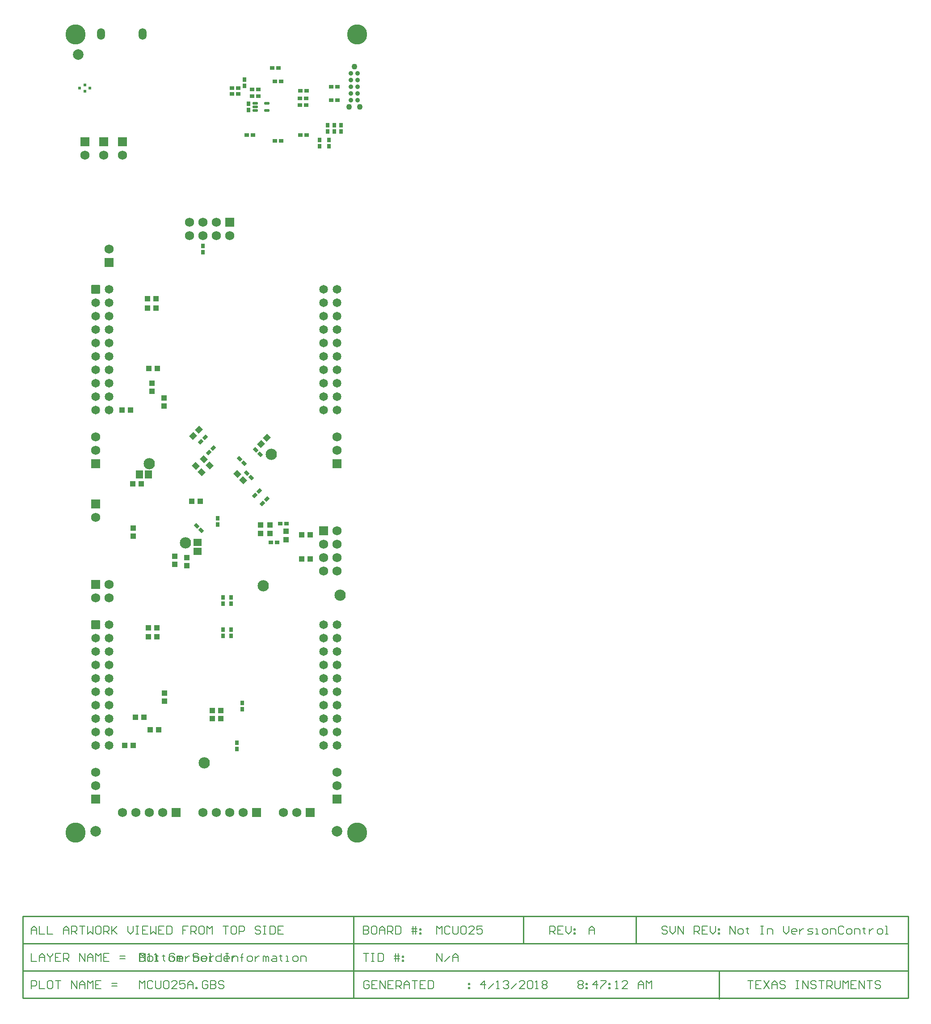
<source format=gbs>
G04 Layer_Color=16711935*
%FSAX25Y25*%
%MOIN*%
G70*
G01*
G75*
%ADD49C,0.00800*%
%ADD50C,0.01000*%
%ADD110R,0.04140X0.04337*%
%ADD111R,0.04337X0.04140*%
%ADD113C,0.07874*%
%ADD115R,0.02762X0.03550*%
%ADD116R,0.03550X0.02762*%
%ADD135C,0.06502*%
G04:AMPARAMS|DCode=136|XSize=65.02mil|YSize=65.02mil|CornerRadius=3.83mil|HoleSize=0mil|Usage=FLASHONLY|Rotation=270.000|XOffset=0mil|YOffset=0mil|HoleType=Round|Shape=RoundedRectangle|*
%AMROUNDEDRECTD136*
21,1,0.06502,0.05736,0,0,270.0*
21,1,0.05736,0.06502,0,0,270.0*
1,1,0.00766,-0.02868,-0.02868*
1,1,0.00766,-0.02868,0.02868*
1,1,0.00766,0.02868,0.02868*
1,1,0.00766,0.02868,-0.02868*
%
%ADD136ROUNDEDRECTD136*%
%ADD137C,0.15000*%
G04:AMPARAMS|DCode=138|XSize=86.68mil|YSize=59.12mil|CornerRadius=29.56mil|HoleSize=0mil|Usage=FLASHONLY|Rotation=270.000|XOffset=0mil|YOffset=0mil|HoleType=Round|Shape=RoundedRectangle|*
%AMROUNDEDRECTD138*
21,1,0.08668,0.00000,0,0,270.0*
21,1,0.02756,0.05912,0,0,270.0*
1,1,0.05912,0.00000,-0.01378*
1,1,0.05912,0.00000,0.01378*
1,1,0.05912,0.00000,0.01378*
1,1,0.05912,0.00000,-0.01378*
%
%ADD138ROUNDEDRECTD138*%
%ADD139C,0.04300*%
%ADD140C,0.08400*%
G04:AMPARAMS|DCode=141|XSize=68.96mil|YSize=68.96mil|CornerRadius=3.95mil|HoleSize=0mil|Usage=FLASHONLY|Rotation=180.000|XOffset=0mil|YOffset=0mil|HoleType=Round|Shape=RoundedRectangle|*
%AMROUNDEDRECTD141*
21,1,0.06896,0.06106,0,0,180.0*
21,1,0.06106,0.06896,0,0,180.0*
1,1,0.00790,-0.03053,0.03053*
1,1,0.00790,0.03053,0.03053*
1,1,0.00790,0.03053,-0.03053*
1,1,0.00790,-0.03053,-0.03053*
%
%ADD141ROUNDEDRECTD141*%
%ADD142C,0.06896*%
%ADD143R,0.06896X0.06896*%
G04:AMPARAMS|DCode=144|XSize=68.96mil|YSize=68.96mil|CornerRadius=3.95mil|HoleSize=0mil|Usage=FLASHONLY|Rotation=270.000|XOffset=0mil|YOffset=0mil|HoleType=Round|Shape=RoundedRectangle|*
%AMROUNDEDRECTD144*
21,1,0.06896,0.06106,0,0,270.0*
21,1,0.06106,0.06896,0,0,270.0*
1,1,0.00790,-0.03053,-0.03053*
1,1,0.00790,-0.03053,0.03053*
1,1,0.00790,0.03053,0.03053*
1,1,0.00790,0.03053,-0.03053*
%
%ADD144ROUNDEDRECTD144*%
%ADD145R,0.06896X0.06896*%
%ADD146C,0.02368*%
%ADD147R,0.06305X0.05518*%
%ADD148C,0.03500*%
G04:AMPARAMS|DCode=149|XSize=41.4mil|YSize=43.37mil|CornerRadius=0mil|HoleSize=0mil|Usage=FLASHONLY|Rotation=315.000|XOffset=0mil|YOffset=0mil|HoleType=Round|Shape=Rectangle|*
%AMROTATEDRECTD149*
4,1,4,-0.02997,-0.00070,0.00070,0.02997,0.02997,0.00070,-0.00070,-0.02997,-0.02997,-0.00070,0.0*
%
%ADD149ROTATEDRECTD149*%

G04:AMPARAMS|DCode=150|XSize=27.62mil|YSize=35.5mil|CornerRadius=0mil|HoleSize=0mil|Usage=FLASHONLY|Rotation=135.000|XOffset=0mil|YOffset=0mil|HoleType=Round|Shape=Rectangle|*
%AMROTATEDRECTD150*
4,1,4,0.02232,0.00278,-0.00278,-0.02232,-0.02232,-0.00278,0.00278,0.02232,0.02232,0.00278,0.0*
%
%ADD150ROTATEDRECTD150*%

G04:AMPARAMS|DCode=151|XSize=41.4mil|YSize=43.37mil|CornerRadius=0mil|HoleSize=0mil|Usage=FLASHONLY|Rotation=225.000|XOffset=0mil|YOffset=0mil|HoleType=Round|Shape=Rectangle|*
%AMROTATEDRECTD151*
4,1,4,-0.00070,0.02997,0.02997,-0.00070,0.00070,-0.02997,-0.02997,0.00070,-0.00070,0.02997,0.0*
%
%ADD151ROTATEDRECTD151*%

G04:AMPARAMS|DCode=152|XSize=27.62mil|YSize=35.5mil|CornerRadius=0mil|HoleSize=0mil|Usage=FLASHONLY|Rotation=225.000|XOffset=0mil|YOffset=0mil|HoleType=Round|Shape=Rectangle|*
%AMROTATEDRECTD152*
4,1,4,-0.00278,0.02232,0.02232,-0.00278,0.00278,-0.02232,-0.02232,0.00278,-0.00278,0.02232,0.0*
%
%ADD152ROTATEDRECTD152*%

%ADD153R,0.05518X0.06305*%
G04:AMPARAMS|DCode=154|XSize=19.75mil|YSize=37.47mil|CornerRadius=3.97mil|HoleSize=0mil|Usage=FLASHONLY|Rotation=270.000|XOffset=0mil|YOffset=0mil|HoleType=Round|Shape=RoundedRectangle|*
%AMROUNDEDRECTD154*
21,1,0.01975,0.02953,0,0,270.0*
21,1,0.01181,0.03747,0,0,270.0*
1,1,0.00794,-0.01476,-0.00591*
1,1,0.00794,-0.01476,0.00591*
1,1,0.00794,0.01476,0.00591*
1,1,0.00794,0.01476,-0.00591*
%
%ADD154ROUNDEDRECTD154*%
G54D49*
X0126900Y0073549D02*
Y0067551D01*
X0129899D01*
X0130899Y0068550D01*
Y0069550D01*
X0129899Y0070550D01*
X0126900D01*
X0129899D01*
X0130899Y0071549D01*
Y0072549D01*
X0129899Y0073549D01*
X0126900D01*
X0133898Y0067551D02*
X0135897D01*
X0136897Y0068550D01*
Y0070550D01*
X0135897Y0071549D01*
X0133898D01*
X0132898Y0070550D01*
Y0068550D01*
X0133898Y0067551D01*
X0139896Y0072549D02*
Y0071549D01*
X0138896D01*
X0140895D01*
X0139896D01*
Y0068550D01*
X0140895Y0067551D01*
X0144894Y0072549D02*
Y0071549D01*
X0143895D01*
X0145894D01*
X0144894D01*
Y0068550D01*
X0145894Y0067551D01*
X0149893D02*
X0151892D01*
X0152892Y0068550D01*
Y0070550D01*
X0151892Y0071549D01*
X0149893D01*
X0148893Y0070550D01*
Y0068550D01*
X0149893Y0067551D01*
X0154891D02*
Y0071549D01*
X0155891D01*
X0156890Y0070550D01*
Y0067551D01*
Y0070550D01*
X0157890Y0071549D01*
X0158890Y0070550D01*
Y0067551D01*
X0170886Y0072549D02*
X0169886Y0073549D01*
X0167887D01*
X0166887Y0072549D01*
Y0071549D01*
X0167887Y0070550D01*
X0169886D01*
X0170886Y0069550D01*
Y0068550D01*
X0169886Y0067551D01*
X0167887D01*
X0166887Y0068550D01*
X0173885Y0067551D02*
X0175884D01*
X0176884Y0068550D01*
Y0070550D01*
X0175884Y0071549D01*
X0173885D01*
X0172885Y0070550D01*
Y0068550D01*
X0173885Y0067551D01*
X0178883D02*
X0180883D01*
X0179883D01*
Y0073549D01*
X0178883D01*
X0187880D02*
Y0067551D01*
X0184881D01*
X0183882Y0068550D01*
Y0070550D01*
X0184881Y0071549D01*
X0187880D01*
X0192879Y0067551D02*
X0190879D01*
X0189880Y0068550D01*
Y0070550D01*
X0190879Y0071549D01*
X0192879D01*
X0193878Y0070550D01*
Y0069550D01*
X0189880D01*
X0195878Y0071549D02*
Y0067551D01*
Y0069550D01*
X0196877Y0070550D01*
X0197877Y0071549D01*
X0198877D01*
X0567400Y0087833D02*
Y0093831D01*
X0571399Y0087833D01*
Y0093831D01*
X0574398Y0087833D02*
X0576397D01*
X0577397Y0088833D01*
Y0090832D01*
X0576397Y0091832D01*
X0574398D01*
X0573398Y0090832D01*
Y0088833D01*
X0574398Y0087833D01*
X0580396Y0092832D02*
Y0091832D01*
X0579396D01*
X0581395D01*
X0580396D01*
Y0088833D01*
X0581395Y0087833D01*
X0590393Y0093831D02*
X0592392D01*
X0591392D01*
Y0087833D01*
X0590393D01*
X0592392D01*
X0595391D02*
Y0091832D01*
X0598390D01*
X0599390Y0090832D01*
Y0087833D01*
X0607387Y0093831D02*
Y0089833D01*
X0609386Y0087833D01*
X0611386Y0089833D01*
Y0093831D01*
X0616384Y0087833D02*
X0614385D01*
X0613385Y0088833D01*
Y0090832D01*
X0614385Y0091832D01*
X0616384D01*
X0617384Y0090832D01*
Y0089833D01*
X0613385D01*
X0619383Y0091832D02*
Y0087833D01*
Y0089833D01*
X0620383Y0090832D01*
X0621383Y0091832D01*
X0622382D01*
X0625381Y0087833D02*
X0628380D01*
X0629380Y0088833D01*
X0628380Y0089833D01*
X0626381D01*
X0625381Y0090832D01*
X0626381Y0091832D01*
X0629380D01*
X0631379Y0087833D02*
X0633379D01*
X0632379D01*
Y0091832D01*
X0631379D01*
X0637377Y0087833D02*
X0639377D01*
X0640376Y0088833D01*
Y0090832D01*
X0639377Y0091832D01*
X0637377D01*
X0636378Y0090832D01*
Y0088833D01*
X0637377Y0087833D01*
X0642376D02*
Y0091832D01*
X0645375D01*
X0646374Y0090832D01*
Y0087833D01*
X0652373Y0092832D02*
X0651373Y0093831D01*
X0649373D01*
X0648374Y0092832D01*
Y0088833D01*
X0649373Y0087833D01*
X0651373D01*
X0652373Y0088833D01*
X0655372Y0087833D02*
X0657371D01*
X0658371Y0088833D01*
Y0090832D01*
X0657371Y0091832D01*
X0655372D01*
X0654372Y0090832D01*
Y0088833D01*
X0655372Y0087833D01*
X0660370D02*
Y0091832D01*
X0663369D01*
X0664369Y0090832D01*
Y0087833D01*
X0667368Y0092832D02*
Y0091832D01*
X0666368D01*
X0668367D01*
X0667368D01*
Y0088833D01*
X0668367Y0087833D01*
X0671366Y0091832D02*
Y0087833D01*
Y0089833D01*
X0672366Y0090832D01*
X0673366Y0091832D01*
X0674365D01*
X0678364Y0087833D02*
X0680364D01*
X0681363Y0088833D01*
Y0090832D01*
X0680364Y0091832D01*
X0678364D01*
X0677364Y0090832D01*
Y0088833D01*
X0678364Y0087833D01*
X0683362D02*
X0685362D01*
X0684362D01*
Y0093831D01*
X0683362D01*
X0520799Y0092832D02*
X0519799Y0093831D01*
X0517800D01*
X0516800Y0092832D01*
Y0091832D01*
X0517800Y0090832D01*
X0519799D01*
X0520799Y0089833D01*
Y0088833D01*
X0519799Y0087833D01*
X0517800D01*
X0516800Y0088833D01*
X0522798Y0093831D02*
Y0089833D01*
X0524797Y0087833D01*
X0526797Y0089833D01*
Y0093831D01*
X0528796Y0087833D02*
Y0093831D01*
X0532795Y0087833D01*
Y0093831D01*
X0540792Y0087833D02*
Y0093831D01*
X0543791D01*
X0544791Y0092832D01*
Y0090832D01*
X0543791Y0089833D01*
X0540792D01*
X0542792D02*
X0544791Y0087833D01*
X0550789Y0093831D02*
X0546790D01*
Y0087833D01*
X0550789D01*
X0546790Y0090832D02*
X0548790D01*
X0552788Y0093831D02*
Y0089833D01*
X0554788Y0087833D01*
X0556787Y0089833D01*
Y0093831D01*
X0558786Y0091832D02*
X0559786D01*
Y0090832D01*
X0558786D01*
Y0091832D01*
Y0088833D02*
X0559786D01*
Y0087833D01*
X0558786D01*
Y0088833D01*
X0433000Y0087833D02*
Y0093831D01*
X0435999D01*
X0436999Y0092832D01*
Y0090832D01*
X0435999Y0089833D01*
X0433000D01*
X0434999D02*
X0436999Y0087833D01*
X0442997Y0093831D02*
X0438998D01*
Y0087833D01*
X0442997D01*
X0438998Y0090832D02*
X0440997D01*
X0444996Y0093831D02*
Y0089833D01*
X0446995Y0087833D01*
X0448995Y0089833D01*
Y0093831D01*
X0450994Y0091832D02*
X0451994D01*
Y0090832D01*
X0450994D01*
Y0091832D01*
Y0088833D02*
X0451994D01*
Y0087833D01*
X0450994D01*
Y0088833D01*
X0126900Y0046966D02*
Y0052965D01*
X0128899Y0050965D01*
X0130899Y0052965D01*
Y0046966D01*
X0136897Y0051965D02*
X0135897Y0052965D01*
X0133898D01*
X0132898Y0051965D01*
Y0047966D01*
X0133898Y0046966D01*
X0135897D01*
X0136897Y0047966D01*
X0138896Y0052965D02*
Y0047966D01*
X0139896Y0046966D01*
X0141895D01*
X0142895Y0047966D01*
Y0052965D01*
X0144894Y0051965D02*
X0145894Y0052965D01*
X0147893D01*
X0148893Y0051965D01*
Y0047966D01*
X0147893Y0046966D01*
X0145894D01*
X0144894Y0047966D01*
Y0051965D01*
X0154891Y0046966D02*
X0150892D01*
X0154891Y0050965D01*
Y0051965D01*
X0153891Y0052965D01*
X0151892D01*
X0150892Y0051965D01*
X0160889Y0052965D02*
X0156890D01*
Y0049966D01*
X0158890Y0050965D01*
X0159889D01*
X0160889Y0049966D01*
Y0047966D01*
X0159889Y0046966D01*
X0157890D01*
X0156890Y0047966D01*
X0162888Y0046966D02*
Y0050965D01*
X0164888Y0052965D01*
X0166887Y0050965D01*
Y0046966D01*
Y0049966D01*
X0162888D01*
X0168886Y0046966D02*
Y0047966D01*
X0169886D01*
Y0046966D01*
X0168886D01*
X0177884Y0051965D02*
X0176884Y0052965D01*
X0174884D01*
X0173885Y0051965D01*
Y0047966D01*
X0174884Y0046966D01*
X0176884D01*
X0177884Y0047966D01*
Y0049966D01*
X0175884D01*
X0179883Y0052965D02*
Y0046966D01*
X0182882D01*
X0183882Y0047966D01*
Y0048966D01*
X0182882Y0049966D01*
X0179883D01*
X0182882D01*
X0183882Y0050965D01*
Y0051965D01*
X0182882Y0052965D01*
X0179883D01*
X0189880Y0051965D02*
X0188880Y0052965D01*
X0186881D01*
X0185881Y0051965D01*
Y0050965D01*
X0186881Y0049966D01*
X0188880D01*
X0189880Y0048966D01*
Y0047966D01*
X0188880Y0046966D01*
X0186881D01*
X0185881Y0047966D01*
X0384149Y0046966D02*
Y0052965D01*
X0381150Y0049966D01*
X0385149D01*
X0387148Y0046966D02*
X0391147Y0050965D01*
X0393146Y0046966D02*
X0395146D01*
X0394146D01*
Y0052965D01*
X0393146Y0051965D01*
X0398145D02*
X0399144Y0052965D01*
X0401144D01*
X0402143Y0051965D01*
Y0050965D01*
X0401144Y0049966D01*
X0400144D01*
X0401144D01*
X0402143Y0048966D01*
Y0047966D01*
X0401144Y0046966D01*
X0399144D01*
X0398145Y0047966D01*
X0404143Y0046966D02*
X0408141Y0050965D01*
X0414139Y0046966D02*
X0410141D01*
X0414139Y0050965D01*
Y0051965D01*
X0413140Y0052965D01*
X0411140D01*
X0410141Y0051965D01*
X0416139D02*
X0417138Y0052965D01*
X0419138D01*
X0420137Y0051965D01*
Y0047966D01*
X0419138Y0046966D01*
X0417138D01*
X0416139Y0047966D01*
Y0051965D01*
X0422137Y0046966D02*
X0424136D01*
X0423136D01*
Y0052965D01*
X0422137Y0051965D01*
X0427135D02*
X0428135Y0052965D01*
X0430134D01*
X0431134Y0051965D01*
Y0050965D01*
X0430134Y0049966D01*
X0431134Y0048966D01*
Y0047966D01*
X0430134Y0046966D01*
X0428135D01*
X0427135Y0047966D01*
Y0048966D01*
X0428135Y0049966D01*
X0427135Y0050965D01*
Y0051965D01*
X0428135Y0049966D02*
X0430134D01*
X0298199Y0051965D02*
X0297199Y0052965D01*
X0295200D01*
X0294200Y0051965D01*
Y0047966D01*
X0295200Y0046966D01*
X0297199D01*
X0298199Y0047966D01*
Y0049966D01*
X0296199D01*
X0304197Y0052965D02*
X0300198D01*
Y0046966D01*
X0304197D01*
X0300198Y0049966D02*
X0302197D01*
X0306196Y0046966D02*
Y0052965D01*
X0310195Y0046966D01*
Y0052965D01*
X0316193D02*
X0312194D01*
Y0046966D01*
X0316193D01*
X0312194Y0049966D02*
X0314194D01*
X0318192Y0046966D02*
Y0052965D01*
X0321191D01*
X0322191Y0051965D01*
Y0049966D01*
X0321191Y0048966D01*
X0318192D01*
X0320192D02*
X0322191Y0046966D01*
X0324190D02*
Y0050965D01*
X0326190Y0052965D01*
X0328189Y0050965D01*
Y0046966D01*
Y0049966D01*
X0324190D01*
X0330188Y0052965D02*
X0334187D01*
X0332188D01*
Y0046966D01*
X0340185Y0052965D02*
X0336186D01*
Y0046966D01*
X0340185D01*
X0336186Y0049966D02*
X0338186D01*
X0342184Y0052965D02*
Y0046966D01*
X0345183D01*
X0346183Y0047966D01*
Y0051965D01*
X0345183Y0052965D01*
X0342184D01*
X0372175Y0050965D02*
X0373175D01*
Y0049966D01*
X0372175D01*
Y0050965D01*
Y0047966D02*
X0373175D01*
Y0046966D01*
X0372175D01*
Y0047966D01*
X0046350Y0087833D02*
Y0091832D01*
X0048349Y0093831D01*
X0050349Y0091832D01*
Y0087833D01*
Y0090832D01*
X0046350D01*
X0052348Y0093831D02*
Y0087833D01*
X0056347D01*
X0058346Y0093831D02*
Y0087833D01*
X0062345D01*
X0070342D02*
Y0091832D01*
X0072342Y0093831D01*
X0074341Y0091832D01*
Y0087833D01*
Y0090832D01*
X0070342D01*
X0076340Y0087833D02*
Y0093831D01*
X0079339D01*
X0080339Y0092832D01*
Y0090832D01*
X0079339Y0089833D01*
X0076340D01*
X0078340D02*
X0080339Y0087833D01*
X0082338Y0093831D02*
X0086337D01*
X0084338D01*
Y0087833D01*
X0088336Y0093831D02*
Y0087833D01*
X0090336Y0089833D01*
X0092335Y0087833D01*
Y0093831D01*
X0097334D02*
X0095334D01*
X0094335Y0092832D01*
Y0088833D01*
X0095334Y0087833D01*
X0097334D01*
X0098333Y0088833D01*
Y0092832D01*
X0097334Y0093831D01*
X0100332Y0087833D02*
Y0093831D01*
X0103332D01*
X0104331Y0092832D01*
Y0090832D01*
X0103332Y0089833D01*
X0100332D01*
X0102332D02*
X0104331Y0087833D01*
X0106331Y0093831D02*
Y0087833D01*
Y0089833D01*
X0110329Y0093831D01*
X0107330Y0090832D01*
X0110329Y0087833D01*
X0118327Y0093831D02*
Y0089833D01*
X0120326Y0087833D01*
X0122325Y0089833D01*
Y0093831D01*
X0124325D02*
X0126324D01*
X0125324D01*
Y0087833D01*
X0124325D01*
X0126324D01*
X0133322Y0093831D02*
X0129323D01*
Y0087833D01*
X0133322D01*
X0129323Y0090832D02*
X0131323D01*
X0135321Y0093831D02*
Y0087833D01*
X0137321Y0089833D01*
X0139320Y0087833D01*
Y0093831D01*
X0145318D02*
X0141319D01*
Y0087833D01*
X0145318D01*
X0141319Y0090832D02*
X0143319D01*
X0147317Y0093831D02*
Y0087833D01*
X0150316D01*
X0151316Y0088833D01*
Y0092832D01*
X0150316Y0093831D01*
X0147317D01*
X0163312D02*
X0159313D01*
Y0090832D01*
X0161313D01*
X0159313D01*
Y0087833D01*
X0165312D02*
Y0093831D01*
X0168310D01*
X0169310Y0092832D01*
Y0090832D01*
X0168310Y0089833D01*
X0165312D01*
X0167311D02*
X0169310Y0087833D01*
X0174309Y0093831D02*
X0172309D01*
X0171310Y0092832D01*
Y0088833D01*
X0172309Y0087833D01*
X0174309D01*
X0175308Y0088833D01*
Y0092832D01*
X0174309Y0093831D01*
X0177308Y0087833D02*
Y0093831D01*
X0179307Y0091832D01*
X0181306Y0093831D01*
Y0087833D01*
X0189304Y0093831D02*
X0193303D01*
X0191303D01*
Y0087833D01*
X0198301Y0093831D02*
X0196301D01*
X0195302Y0092832D01*
Y0088833D01*
X0196301Y0087833D01*
X0198301D01*
X0199301Y0088833D01*
Y0092832D01*
X0198301Y0093831D01*
X0201300Y0087833D02*
Y0093831D01*
X0204299D01*
X0205299Y0092832D01*
Y0090832D01*
X0204299Y0089833D01*
X0201300D01*
X0217295Y0092832D02*
X0216295Y0093831D01*
X0214296D01*
X0213296Y0092832D01*
Y0091832D01*
X0214296Y0090832D01*
X0216295D01*
X0217295Y0089833D01*
Y0088833D01*
X0216295Y0087833D01*
X0214296D01*
X0213296Y0088833D01*
X0219294Y0093831D02*
X0221293D01*
X0220294D01*
Y0087833D01*
X0219294D01*
X0221293D01*
X0224292Y0093831D02*
Y0087833D01*
X0227291D01*
X0228291Y0088833D01*
Y0092832D01*
X0227291Y0093831D01*
X0224292D01*
X0234289D02*
X0230291D01*
Y0087833D01*
X0234289D01*
X0230291Y0090832D02*
X0232290D01*
X0462150Y0087833D02*
Y0091832D01*
X0464149Y0093831D01*
X0466149Y0091832D01*
Y0087833D01*
Y0090832D01*
X0462150D01*
X0348550Y0087833D02*
Y0093831D01*
X0350549Y0091832D01*
X0352549Y0093831D01*
Y0087833D01*
X0358547Y0092832D02*
X0357547Y0093831D01*
X0355548D01*
X0354548Y0092832D01*
Y0088833D01*
X0355548Y0087833D01*
X0357547D01*
X0358547Y0088833D01*
X0360546Y0093831D02*
Y0088833D01*
X0361546Y0087833D01*
X0363545D01*
X0364545Y0088833D01*
Y0093831D01*
X0366544Y0092832D02*
X0367544Y0093831D01*
X0369543D01*
X0370543Y0092832D01*
Y0088833D01*
X0369543Y0087833D01*
X0367544D01*
X0366544Y0088833D01*
Y0092832D01*
X0376541Y0087833D02*
X0372542D01*
X0376541Y0091832D01*
Y0092832D01*
X0375541Y0093831D01*
X0373542D01*
X0372542Y0092832D01*
X0382539Y0093831D02*
X0378540D01*
Y0090832D01*
X0380540Y0091832D01*
X0381539D01*
X0382539Y0090832D01*
Y0088833D01*
X0381539Y0087833D01*
X0379540D01*
X0378540Y0088833D01*
X0294000Y0093831D02*
Y0087833D01*
X0296999D01*
X0297999Y0088833D01*
Y0089833D01*
X0296999Y0090832D01*
X0294000D01*
X0296999D01*
X0297999Y0091832D01*
Y0092832D01*
X0296999Y0093831D01*
X0294000D01*
X0302997D02*
X0300998D01*
X0299998Y0092832D01*
Y0088833D01*
X0300998Y0087833D01*
X0302997D01*
X0303997Y0088833D01*
Y0092832D01*
X0302997Y0093831D01*
X0305996Y0087833D02*
Y0091832D01*
X0307996Y0093831D01*
X0309995Y0091832D01*
Y0087833D01*
Y0090832D01*
X0305996D01*
X0311994Y0087833D02*
Y0093831D01*
X0314993D01*
X0315993Y0092832D01*
Y0090832D01*
X0314993Y0089833D01*
X0311994D01*
X0313994D02*
X0315993Y0087833D01*
X0317992Y0093831D02*
Y0087833D01*
X0320991D01*
X0321991Y0088833D01*
Y0092832D01*
X0320991Y0093831D01*
X0317992D01*
X0330988Y0087833D02*
Y0093831D01*
X0332987D02*
Y0087833D01*
X0329988Y0091832D02*
X0332987D01*
X0333987D01*
X0329988Y0089833D02*
X0333987D01*
X0335986Y0091832D02*
X0336986D01*
Y0090832D01*
X0335986D01*
Y0091832D01*
Y0088833D02*
X0336986D01*
Y0087833D01*
X0335986D01*
Y0088833D01*
X0046350Y0073549D02*
Y0067551D01*
X0050349D01*
X0052348D02*
Y0071549D01*
X0054347Y0073549D01*
X0056347Y0071549D01*
Y0067551D01*
Y0070550D01*
X0052348D01*
X0058346Y0073549D02*
Y0072549D01*
X0060346Y0070550D01*
X0062345Y0072549D01*
Y0073549D01*
X0060346Y0070550D02*
Y0067551D01*
X0068343Y0073549D02*
X0064344D01*
Y0067551D01*
X0068343D01*
X0064344Y0070550D02*
X0066343D01*
X0070342Y0067551D02*
Y0073549D01*
X0073341D01*
X0074341Y0072549D01*
Y0070550D01*
X0073341Y0069550D01*
X0070342D01*
X0072342D02*
X0074341Y0067551D01*
X0082338D02*
Y0073549D01*
X0086337Y0067551D01*
Y0073549D01*
X0088336Y0067551D02*
Y0071549D01*
X0090336Y0073549D01*
X0092335Y0071549D01*
Y0067551D01*
Y0070550D01*
X0088336D01*
X0094335Y0067551D02*
Y0073549D01*
X0096334Y0071549D01*
X0098333Y0073549D01*
Y0067551D01*
X0104331Y0073549D02*
X0100332D01*
Y0067551D01*
X0104331D01*
X0100332Y0070550D02*
X0102332D01*
X0112329Y0069550D02*
X0116327D01*
X0112329Y0071549D02*
X0116327D01*
X0046350Y0046966D02*
Y0052965D01*
X0049349D01*
X0050349Y0051965D01*
Y0049966D01*
X0049349Y0048966D01*
X0046350D01*
X0052348Y0052965D02*
Y0046966D01*
X0056347D01*
X0061345Y0052965D02*
X0059346D01*
X0058346Y0051965D01*
Y0047966D01*
X0059346Y0046966D01*
X0061345D01*
X0062345Y0047966D01*
Y0051965D01*
X0061345Y0052965D01*
X0064344D02*
X0068343D01*
X0066343D01*
Y0046966D01*
X0076340D02*
Y0052965D01*
X0080339Y0046966D01*
Y0052965D01*
X0082338Y0046966D02*
Y0050965D01*
X0084338Y0052965D01*
X0086337Y0050965D01*
Y0046966D01*
Y0049966D01*
X0082338D01*
X0088336Y0046966D02*
Y0052965D01*
X0090336Y0050965D01*
X0092335Y0052965D01*
Y0046966D01*
X0098333Y0052965D02*
X0094335D01*
Y0046966D01*
X0098333D01*
X0094335Y0049966D02*
X0096334D01*
X0106331Y0048966D02*
X0110329D01*
X0106331Y0050965D02*
X0110329D01*
X0454050Y0051965D02*
X0455050Y0052965D01*
X0457049D01*
X0458049Y0051965D01*
Y0050965D01*
X0457049Y0049966D01*
X0458049Y0048966D01*
Y0047966D01*
X0457049Y0046966D01*
X0455050D01*
X0454050Y0047966D01*
Y0048966D01*
X0455050Y0049966D01*
X0454050Y0050965D01*
Y0051965D01*
X0455050Y0049966D02*
X0457049D01*
X0460048Y0050965D02*
X0461048D01*
Y0049966D01*
X0460048D01*
Y0050965D01*
Y0047966D02*
X0461048D01*
Y0046966D01*
X0460048D01*
Y0047966D01*
X0468046Y0046966D02*
Y0052965D01*
X0465046Y0049966D01*
X0469045D01*
X0471044Y0052965D02*
X0475043D01*
Y0051965D01*
X0471044Y0047966D01*
Y0046966D01*
X0477043Y0050965D02*
X0478042D01*
Y0049966D01*
X0477043D01*
Y0050965D01*
Y0047966D02*
X0478042D01*
Y0046966D01*
X0477043D01*
Y0047966D01*
X0482041Y0046966D02*
X0484040D01*
X0483041D01*
Y0052965D01*
X0482041Y0051965D01*
X0491038Y0046966D02*
X0487039D01*
X0491038Y0050965D01*
Y0051965D01*
X0490038Y0052965D01*
X0488039D01*
X0487039Y0051965D01*
X0499035Y0046966D02*
Y0050965D01*
X0501035Y0052965D01*
X0503034Y0050965D01*
Y0046966D01*
Y0049966D01*
X0499035D01*
X0505033Y0046966D02*
Y0052965D01*
X0507033Y0050965D01*
X0509032Y0052965D01*
Y0046966D01*
X0580500Y0052965D02*
X0584499D01*
X0582499D01*
Y0046966D01*
X0590497Y0052965D02*
X0586498D01*
Y0046966D01*
X0590497D01*
X0586498Y0049966D02*
X0588497D01*
X0592496Y0052965D02*
X0596495Y0046966D01*
Y0052965D02*
X0592496Y0046966D01*
X0598494D02*
Y0050965D01*
X0600493Y0052965D01*
X0602493Y0050965D01*
Y0046966D01*
Y0049966D01*
X0598494D01*
X0608491Y0051965D02*
X0607491Y0052965D01*
X0605492D01*
X0604492Y0051965D01*
Y0050965D01*
X0605492Y0049966D01*
X0607491D01*
X0608491Y0048966D01*
Y0047966D01*
X0607491Y0046966D01*
X0605492D01*
X0604492Y0047966D01*
X0616488Y0052965D02*
X0618488D01*
X0617488D01*
Y0046966D01*
X0616488D01*
X0618488D01*
X0621487D02*
Y0052965D01*
X0625486Y0046966D01*
Y0052965D01*
X0631484Y0051965D02*
X0630484Y0052965D01*
X0628484D01*
X0627485Y0051965D01*
Y0050965D01*
X0628484Y0049966D01*
X0630484D01*
X0631484Y0048966D01*
Y0047966D01*
X0630484Y0046966D01*
X0628484D01*
X0627485Y0047966D01*
X0633483Y0052965D02*
X0637482D01*
X0635482D01*
Y0046966D01*
X0639481D02*
Y0052965D01*
X0642480D01*
X0643480Y0051965D01*
Y0049966D01*
X0642480Y0048966D01*
X0639481D01*
X0641480D02*
X0643480Y0046966D01*
X0645479Y0052965D02*
Y0047966D01*
X0646479Y0046966D01*
X0648478D01*
X0649478Y0047966D01*
Y0052965D01*
X0651477Y0046966D02*
Y0052965D01*
X0653476Y0050965D01*
X0655476Y0052965D01*
Y0046966D01*
X0661474Y0052965D02*
X0657475D01*
Y0046966D01*
X0661474D01*
X0657475Y0049966D02*
X0659474D01*
X0663473Y0046966D02*
Y0052965D01*
X0667472Y0046966D01*
Y0052965D01*
X0669471D02*
X0673470D01*
X0671471D01*
Y0046966D01*
X0679468Y0051965D02*
X0678468Y0052965D01*
X0676469D01*
X0675469Y0051965D01*
Y0050965D01*
X0676469Y0049966D01*
X0678468D01*
X0679468Y0048966D01*
Y0047966D01*
X0678468Y0046966D01*
X0676469D01*
X0675469Y0047966D01*
X0294000Y0073498D02*
X0297999D01*
X0295999D01*
Y0067500D01*
X0299998Y0073498D02*
X0301997D01*
X0300998D01*
Y0067500D01*
X0299998D01*
X0301997D01*
X0304996Y0073498D02*
Y0067500D01*
X0307996D01*
X0308995Y0068500D01*
Y0072498D01*
X0307996Y0073498D01*
X0304996D01*
X0317992Y0067500D02*
Y0073498D01*
X0319992D02*
Y0067500D01*
X0316993Y0071499D02*
X0319992D01*
X0320991D01*
X0316993Y0069499D02*
X0320991D01*
X0322991Y0071499D02*
X0323990D01*
Y0070499D01*
X0322991D01*
Y0071499D01*
Y0068500D02*
X0323990D01*
Y0067500D01*
X0322991D01*
Y0068500D01*
X0348550Y0067500D02*
Y0073498D01*
X0352549Y0067500D01*
Y0073498D01*
X0354548Y0067500D02*
X0358547Y0071499D01*
X0360546Y0067500D02*
Y0071499D01*
X0362545Y0073498D01*
X0364545Y0071499D01*
Y0067500D01*
Y0070499D01*
X0360546D01*
X0127200Y0067400D02*
Y0073398D01*
X0129199Y0071399D01*
X0131199Y0073398D01*
Y0067400D01*
X0133198D02*
X0135197D01*
X0134198D01*
Y0073398D01*
X0133198Y0072398D01*
X0138196Y0067400D02*
X0140196D01*
X0139196D01*
Y0073398D01*
X0138196Y0072398D01*
X0153192D02*
X0152192Y0073398D01*
X0150193D01*
X0149193Y0072398D01*
Y0068400D01*
X0150193Y0067400D01*
X0152192D01*
X0153192Y0068400D01*
Y0070399D01*
X0151192D01*
X0158190Y0067400D02*
X0156191D01*
X0155191Y0068400D01*
Y0070399D01*
X0156191Y0071399D01*
X0158190D01*
X0159190Y0070399D01*
Y0069399D01*
X0155191D01*
X0161189Y0071399D02*
Y0067400D01*
Y0069399D01*
X0162189Y0070399D01*
X0163188Y0071399D01*
X0164188D01*
X0167187Y0073398D02*
Y0067400D01*
X0170186D01*
X0171186Y0068400D01*
Y0069399D01*
Y0070399D01*
X0170186Y0071399D01*
X0167187D01*
X0176184Y0067400D02*
X0174185D01*
X0173185Y0068400D01*
Y0070399D01*
X0174185Y0071399D01*
X0176184D01*
X0177184Y0070399D01*
Y0069399D01*
X0173185D01*
X0179183Y0071399D02*
Y0067400D01*
Y0069399D01*
X0180183Y0070399D01*
X0181183Y0071399D01*
X0182182D01*
X0191179Y0073398D02*
X0193179D01*
X0192179D01*
Y0067400D01*
X0191179D01*
X0193179D01*
X0196178D02*
Y0071399D01*
X0199177D01*
X0200176Y0070399D01*
Y0067400D01*
X0203175D02*
Y0072398D01*
Y0070399D01*
X0202176D01*
X0204175D01*
X0203175D01*
Y0072398D01*
X0204175Y0073398D01*
X0208174Y0067400D02*
X0210173D01*
X0211173Y0068400D01*
Y0070399D01*
X0210173Y0071399D01*
X0208174D01*
X0207174Y0070399D01*
Y0068400D01*
X0208174Y0067400D01*
X0213172Y0071399D02*
Y0067400D01*
Y0069399D01*
X0214172Y0070399D01*
X0215172Y0071399D01*
X0216171D01*
X0219170Y0067400D02*
Y0071399D01*
X0220170D01*
X0221170Y0070399D01*
Y0067400D01*
Y0070399D01*
X0222169Y0071399D01*
X0223169Y0070399D01*
Y0067400D01*
X0226168Y0071399D02*
X0228167D01*
X0229167Y0070399D01*
Y0067400D01*
X0226168D01*
X0225168Y0068400D01*
X0226168Y0069399D01*
X0229167D01*
X0232166Y0072398D02*
Y0071399D01*
X0231166D01*
X0233166D01*
X0232166D01*
Y0068400D01*
X0233166Y0067400D01*
X0236165D02*
X0238164D01*
X0237164D01*
Y0071399D01*
X0236165D01*
X0242163Y0067400D02*
X0244162D01*
X0245162Y0068400D01*
Y0070399D01*
X0244162Y0071399D01*
X0242163D01*
X0241163Y0070399D01*
Y0068400D01*
X0242163Y0067400D01*
X0247161D02*
Y0071399D01*
X0250160D01*
X0251160Y0070399D01*
Y0067400D01*
G54D50*
X0497200Y0080717D02*
Y0101050D01*
X0413200Y0080717D02*
Y0101050D01*
X0040000Y0080717D02*
X0700200D01*
X0040000Y0060383D02*
X0700000D01*
X0040000Y0040050D02*
X0440500D01*
X0040050Y0101050D02*
X0700200D01*
X0040050Y0040050D02*
Y0101050D01*
Y0040050D02*
X0197600D01*
X0040000D02*
Y0101050D01*
X0286500Y0040050D02*
Y0101050D01*
X0700200Y0040050D02*
Y0101050D01*
X0440500Y0040050D02*
X0700200D01*
X0559400Y0039400D02*
Y0059683D01*
G54D110*
X0187800Y0248250D02*
D03*
Y0254550D02*
D03*
X0181200Y0248250D02*
D03*
Y0254550D02*
D03*
X0236392Y0388014D02*
D03*
Y0381715D02*
D03*
X0153200Y0369550D02*
D03*
Y0363250D02*
D03*
X0122200Y0390550D02*
D03*
Y0384250D02*
D03*
X0162200Y0368550D02*
D03*
Y0362250D02*
D03*
X0145200Y0487550D02*
D03*
Y0481250D02*
D03*
X0145700Y0261250D02*
D03*
Y0267550D02*
D03*
X0136200Y0498550D02*
D03*
Y0492250D02*
D03*
X0224321Y0392843D02*
D03*
Y0386543D02*
D03*
X0217321Y0392843D02*
D03*
Y0386543D02*
D03*
G54D111*
X0133550Y0315900D02*
D03*
X0139850D02*
D03*
X0139350Y0554400D02*
D03*
X0133050D02*
D03*
X0139850Y0309400D02*
D03*
X0133550D02*
D03*
X0139350Y0561400D02*
D03*
X0133050D02*
D03*
X0254350Y0367400D02*
D03*
X0248050D02*
D03*
X0254350Y0385400D02*
D03*
X0248050D02*
D03*
X0114050Y0478400D02*
D03*
X0120350D02*
D03*
X0116050Y0228400D02*
D03*
X0122350D02*
D03*
X0124050Y0249400D02*
D03*
X0130350D02*
D03*
X0141350Y0239900D02*
D03*
X0135050D02*
D03*
X0134050Y0509400D02*
D03*
X0140350D02*
D03*
X0166050Y0410400D02*
D03*
X0172350D02*
D03*
X0122050Y0423400D02*
D03*
X0128350D02*
D03*
G54D113*
X0081200Y0743400D02*
D03*
X0094200Y0164400D02*
D03*
X0274200D02*
D03*
G54D115*
X0189200Y0338762D02*
D03*
Y0334038D02*
D03*
X0195200Y0338762D02*
D03*
Y0334038D02*
D03*
Y0314762D02*
D03*
Y0310038D02*
D03*
X0189200Y0314762D02*
D03*
Y0310038D02*
D03*
X0185200Y0393038D02*
D03*
Y0397762D02*
D03*
X0174200Y0600762D02*
D03*
Y0596038D02*
D03*
X0203600Y0260062D02*
D03*
Y0255338D02*
D03*
X0199600Y0225638D02*
D03*
Y0230362D02*
D03*
X0205200Y0720038D02*
D03*
Y0724762D02*
D03*
X0208200Y0706762D02*
D03*
Y0702038D02*
D03*
X0268200Y0679762D02*
D03*
Y0675038D02*
D03*
X0261200Y0679762D02*
D03*
Y0675038D02*
D03*
X0267200Y0686038D02*
D03*
Y0690762D02*
D03*
X0277200D02*
D03*
Y0686038D02*
D03*
X0272200Y0690762D02*
D03*
Y0686038D02*
D03*
G54D116*
X0236684Y0393693D02*
D03*
X0231959D02*
D03*
X0224959Y0379693D02*
D03*
X0229684D02*
D03*
X0269838Y0719400D02*
D03*
X0274562D02*
D03*
Y0709400D02*
D03*
X0269838D02*
D03*
X0251662Y0716400D02*
D03*
X0246938D02*
D03*
X0251362Y0705800D02*
D03*
X0246638D02*
D03*
X0251362Y0710800D02*
D03*
X0246638D02*
D03*
X0227838Y0723400D02*
D03*
X0232562D02*
D03*
X0230562Y0733400D02*
D03*
X0225838D02*
D03*
X0200562Y0714200D02*
D03*
X0195838D02*
D03*
X0200562Y0718400D02*
D03*
X0195838D02*
D03*
X0210838Y0717400D02*
D03*
X0215562D02*
D03*
X0210838Y0712400D02*
D03*
X0215562D02*
D03*
X0206838Y0683400D02*
D03*
X0211562D02*
D03*
X0232762Y0679100D02*
D03*
X0228038D02*
D03*
X0251562Y0683400D02*
D03*
X0246838D02*
D03*
G54D135*
X0094200Y0228400D02*
D03*
Y0258400D02*
D03*
Y0268400D02*
D03*
Y0238400D02*
D03*
Y0248400D02*
D03*
X0104200Y0228400D02*
D03*
Y0238400D02*
D03*
Y0248400D02*
D03*
Y0258400D02*
D03*
Y0268400D02*
D03*
X0094200Y0298400D02*
D03*
Y0278400D02*
D03*
Y0288400D02*
D03*
Y0308400D02*
D03*
X0104200Y0298400D02*
D03*
Y0308400D02*
D03*
Y0278400D02*
D03*
Y0288400D02*
D03*
Y0318400D02*
D03*
X0264200Y0228400D02*
D03*
Y0248400D02*
D03*
Y0238400D02*
D03*
X0274200Y0248400D02*
D03*
X0264200Y0258400D02*
D03*
Y0278400D02*
D03*
Y0268400D02*
D03*
Y0288400D02*
D03*
Y0308400D02*
D03*
Y0298400D02*
D03*
X0274200Y0228400D02*
D03*
Y0238400D02*
D03*
Y0268400D02*
D03*
Y0258400D02*
D03*
Y0278400D02*
D03*
Y0298400D02*
D03*
Y0288400D02*
D03*
Y0308400D02*
D03*
X0264200Y0318400D02*
D03*
X0274200D02*
D03*
X0264200Y0568400D02*
D03*
Y0558400D02*
D03*
Y0548400D02*
D03*
Y0538400D02*
D03*
Y0528400D02*
D03*
Y0518400D02*
D03*
Y0508400D02*
D03*
Y0498400D02*
D03*
Y0488400D02*
D03*
Y0478400D02*
D03*
X0274200Y0568400D02*
D03*
Y0558400D02*
D03*
Y0548400D02*
D03*
Y0538400D02*
D03*
Y0528400D02*
D03*
Y0518400D02*
D03*
Y0508400D02*
D03*
Y0498400D02*
D03*
Y0488400D02*
D03*
Y0478400D02*
D03*
X0094200Y0558400D02*
D03*
Y0548400D02*
D03*
Y0538400D02*
D03*
Y0528400D02*
D03*
Y0518400D02*
D03*
Y0508400D02*
D03*
Y0498400D02*
D03*
Y0488400D02*
D03*
Y0478400D02*
D03*
X0104200Y0568400D02*
D03*
Y0558400D02*
D03*
Y0548400D02*
D03*
Y0538400D02*
D03*
Y0528400D02*
D03*
Y0518400D02*
D03*
Y0508400D02*
D03*
Y0498400D02*
D03*
Y0488400D02*
D03*
Y0478400D02*
D03*
G54D136*
X0094200Y0318400D02*
D03*
Y0568400D02*
D03*
G54D137*
X0289200Y0163400D02*
D03*
X0079200D02*
D03*
X0289200Y0758400D02*
D03*
X0079200D02*
D03*
G54D138*
X0129251Y0758691D02*
D03*
X0098149D02*
D03*
G54D139*
X0287200Y0734400D02*
D03*
X0283200Y0704400D02*
D03*
X0291200D02*
D03*
G54D140*
X0276700Y0340400D02*
D03*
X0219200Y0347400D02*
D03*
X0225200Y0445400D02*
D03*
X0134200Y0438400D02*
D03*
X0161200Y0379400D02*
D03*
X0175200Y0215400D02*
D03*
G54D141*
X0194200Y0618400D02*
D03*
X0154200Y0178500D02*
D03*
X0214200D02*
D03*
G54D142*
X0194200Y0608400D02*
D03*
X0184200Y0618400D02*
D03*
Y0608400D02*
D03*
X0174200Y0618400D02*
D03*
Y0608400D02*
D03*
X0164200Y0618400D02*
D03*
Y0608400D02*
D03*
X0100200Y0668400D02*
D03*
X0094200Y0198400D02*
D03*
Y0208400D02*
D03*
X0274200Y0198400D02*
D03*
Y0208400D02*
D03*
X0094200Y0448400D02*
D03*
Y0458400D02*
D03*
X0274200Y0448400D02*
D03*
Y0458400D02*
D03*
X0086200Y0668400D02*
D03*
X0114200D02*
D03*
X0274200Y0388400D02*
D03*
X0264200Y0378400D02*
D03*
X0274200D02*
D03*
X0264200Y0368400D02*
D03*
X0274200D02*
D03*
X0264200Y0358400D02*
D03*
X0274200D02*
D03*
X0104200Y0598400D02*
D03*
X0094200Y0398400D02*
D03*
X0144200Y0178400D02*
D03*
X0134200D02*
D03*
X0124200D02*
D03*
X0114200D02*
D03*
X0204200D02*
D03*
X0194200D02*
D03*
X0184200D02*
D03*
X0174200D02*
D03*
X0244200D02*
D03*
X0234200D02*
D03*
X0104200Y0348400D02*
D03*
X0094200Y0338400D02*
D03*
X0104200D02*
D03*
G54D143*
X0100200Y0678400D02*
D03*
X0094200Y0188400D02*
D03*
X0274200D02*
D03*
X0094200Y0438400D02*
D03*
X0274200D02*
D03*
X0086200Y0678400D02*
D03*
X0114200D02*
D03*
X0104200Y0588400D02*
D03*
X0094200Y0408400D02*
D03*
G54D144*
X0264200Y0388400D02*
D03*
X0094200Y0348400D02*
D03*
G54D145*
X0254200Y0178400D02*
D03*
G54D146*
X0082460Y0718400D02*
D03*
X0089940D02*
D03*
X0086200Y0716136D02*
D03*
Y0720664D02*
D03*
G54D147*
X0170200Y0379747D02*
D03*
Y0373054D02*
D03*
G54D148*
X0289700Y0729400D02*
D03*
Y0724400D02*
D03*
Y0719400D02*
D03*
Y0714400D02*
D03*
Y0709400D02*
D03*
X0284700D02*
D03*
Y0714400D02*
D03*
Y0719400D02*
D03*
Y0724400D02*
D03*
Y0729400D02*
D03*
G54D149*
X0171427Y0463627D02*
D03*
X0166973Y0459173D02*
D03*
X0217473Y0453173D02*
D03*
X0221927Y0457627D02*
D03*
G54D150*
X0216370Y0418070D02*
D03*
X0213030Y0414730D02*
D03*
X0175870Y0458070D02*
D03*
X0172530Y0454730D02*
D03*
X0218530Y0408730D02*
D03*
X0221870Y0412070D02*
D03*
X0178530Y0446730D02*
D03*
X0181870Y0450070D02*
D03*
G54D151*
X0173427Y0432173D02*
D03*
X0168973Y0436627D02*
D03*
X0199973Y0430627D02*
D03*
X0204427Y0426173D02*
D03*
X0179427Y0437173D02*
D03*
X0174973Y0441627D02*
D03*
G54D152*
X0213530Y0448570D02*
D03*
X0216870Y0445230D02*
D03*
X0207030Y0431470D02*
D03*
X0210370Y0428130D02*
D03*
X0204870Y0438730D02*
D03*
X0201530Y0442070D02*
D03*
X0169530Y0392070D02*
D03*
X0172870Y0388730D02*
D03*
G54D153*
X0126854Y0430400D02*
D03*
X0133546D02*
D03*
G54D154*
X0222129Y0701841D02*
D03*
Y0706959D02*
D03*
X0213271D02*
D03*
Y0704400D02*
D03*
Y0701841D02*
D03*
M02*

</source>
